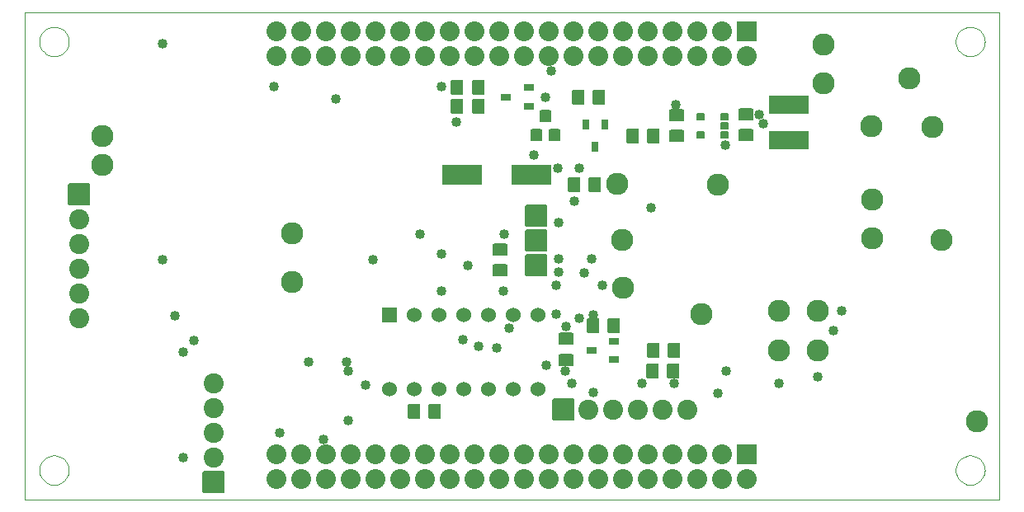
<source format=gbr>
G04 PROTEUS GERBER X2 FILE*
%TF.GenerationSoftware,Labcenter,Proteus,8.16-SP3-Build36097*%
%TF.CreationDate,2025-11-07T09:34:26+00:00*%
%TF.FileFunction,Soldermask,Bot*%
%TF.FilePolarity,Negative*%
%TF.Part,Single*%
%TF.SameCoordinates,{86f2edb6-a998-41b4-a695-59585592bfa3}*%
%FSLAX45Y45*%
%MOMM*%
G01*
%TA.AperFunction,Material*%
%ADD34C,1.016000*%
%AMPPAD029*
4,1,36,
1.143000,1.016000,
1.143000,-1.016000,
1.140420,-1.041590,
1.133020,-1.065430,
1.121310,-1.087000,
1.105800,-1.105800,
1.087000,-1.121310,
1.065430,-1.133020,
1.041590,-1.140420,
1.016000,-1.143000,
-1.016000,-1.143000,
-1.041590,-1.140420,
-1.065430,-1.133020,
-1.087000,-1.121310,
-1.105800,-1.105800,
-1.121310,-1.087000,
-1.133020,-1.065430,
-1.140420,-1.041590,
-1.143000,-1.016000,
-1.143000,1.016000,
-1.140420,1.041590,
-1.133020,1.065430,
-1.121310,1.087000,
-1.105800,1.105800,
-1.087000,1.121310,
-1.065430,1.133020,
-1.041590,1.140420,
-1.016000,1.143000,
1.016000,1.143000,
1.041590,1.140420,
1.065430,1.133020,
1.087000,1.121310,
1.105800,1.105800,
1.121310,1.087000,
1.133020,1.065430,
1.140420,1.041590,
1.143000,1.016000,
0*%
%TA.AperFunction,Material*%
%ADD35PPAD029*%
%TA.AperFunction,Material*%
%ADD38C,2.286000*%
%AMPPAD039*
4,1,36,
0.508000,0.762000,
-0.508000,0.762000,
-0.533590,0.759420,
-0.557430,0.752020,
-0.579000,0.740310,
-0.597800,0.724800,
-0.613310,0.706000,
-0.625020,0.684430,
-0.632420,0.660590,
-0.635000,0.635000,
-0.635000,-0.635000,
-0.632420,-0.660590,
-0.625020,-0.684430,
-0.613310,-0.706000,
-0.597800,-0.724800,
-0.579000,-0.740310,
-0.557430,-0.752020,
-0.533590,-0.759420,
-0.508000,-0.762000,
0.508000,-0.762000,
0.533590,-0.759420,
0.557430,-0.752020,
0.579000,-0.740310,
0.597800,-0.724800,
0.613310,-0.706000,
0.625020,-0.684430,
0.632420,-0.660590,
0.635000,-0.635000,
0.635000,0.635000,
0.632420,0.660590,
0.625020,0.684430,
0.613310,0.706000,
0.597800,0.724800,
0.579000,0.740310,
0.557430,0.752020,
0.533590,0.759420,
0.508000,0.762000,
0*%
%TA.AperFunction,Material*%
%ADD45PPAD039*%
%AMPPAD033*
4,1,36,
-1.143000,1.016000,
-1.143000,-1.016000,
-1.140420,-1.041590,
-1.133020,-1.065430,
-1.121310,-1.087000,
-1.105800,-1.105800,
-1.087000,-1.121310,
-1.065430,-1.133020,
-1.041590,-1.140420,
-1.016000,-1.143000,
1.016000,-1.143000,
1.041590,-1.140420,
1.065430,-1.133020,
1.087000,-1.121310,
1.105800,-1.105800,
1.121310,-1.087000,
1.133020,-1.065430,
1.140420,-1.041590,
1.143000,-1.016000,
1.143000,1.016000,
1.140420,1.041590,
1.133020,1.065430,
1.121310,1.087000,
1.105800,1.105800,
1.087000,1.121310,
1.065430,1.133020,
1.041590,1.140420,
1.016000,1.143000,
-1.016000,1.143000,
-1.041590,1.140420,
-1.065430,1.133020,
-1.087000,1.121310,
-1.105800,1.105800,
-1.121310,1.087000,
-1.133020,1.065430,
-1.140420,1.041590,
-1.143000,1.016000,
0*%
%TA.AperFunction,Material*%
%ADD39PPAD033*%
%ADD40C,2.054000*%
%AMPPAD040*
4,1,36,
0.762000,-0.508000,
0.762000,0.508000,
0.759420,0.533590,
0.752020,0.557430,
0.740310,0.579000,
0.724800,0.597800,
0.706000,0.613310,
0.684430,0.625020,
0.660590,0.632420,
0.635000,0.635000,
-0.635000,0.635000,
-0.660590,0.632420,
-0.684430,0.625020,
-0.706000,0.613310,
-0.724800,0.597800,
-0.740310,0.579000,
-0.752020,0.557430,
-0.759420,0.533590,
-0.762000,0.508000,
-0.762000,-0.508000,
-0.759420,-0.533590,
-0.752020,-0.557430,
-0.740310,-0.579000,
-0.724800,-0.597800,
-0.706000,-0.613310,
-0.684430,-0.625020,
-0.660590,-0.632420,
-0.635000,-0.635000,
0.635000,-0.635000,
0.660590,-0.632420,
0.684430,-0.625020,
0.706000,-0.613310,
0.724800,-0.597800,
0.740310,-0.579000,
0.752020,-0.557430,
0.759420,-0.533590,
0.762000,-0.508000,
0*%
%TA.AperFunction,Material*%
%ADD46PPAD040*%
%AMPPAD041*
4,1,4,
0.469900,-0.304800,
0.469900,0.304800,
-0.469900,0.304800,
-0.469900,-0.304800,
0.469900,-0.304800,
0*%
%TA.AperFunction,Material*%
%ADD47PPAD041*%
%AMPPAD042*
4,1,36,
-0.444500,-0.635000,
0.444500,-0.635000,
0.470090,-0.632420,
0.493930,-0.625020,
0.515500,-0.613310,
0.534300,-0.597800,
0.549810,-0.579000,
0.561520,-0.557430,
0.568920,-0.533590,
0.571500,-0.508000,
0.571500,0.508000,
0.568920,0.533590,
0.561520,0.557430,
0.549810,0.579000,
0.534300,0.597800,
0.515500,0.613310,
0.493930,0.625020,
0.470090,0.632420,
0.444500,0.635000,
-0.444500,0.635000,
-0.470090,0.632420,
-0.493930,0.625020,
-0.515500,0.613310,
-0.534300,0.597800,
-0.549810,0.579000,
-0.561520,0.557430,
-0.568920,0.533590,
-0.571500,0.508000,
-0.571500,-0.508000,
-0.568920,-0.533590,
-0.561520,-0.557430,
-0.549810,-0.579000,
-0.534300,-0.597800,
-0.515500,-0.613310,
-0.493930,-0.625020,
-0.470090,-0.632420,
-0.444500,-0.635000,
0*%
%ADD48PPAD042*%
%AMPPAD043*
4,1,4,
0.304800,0.469900,
-0.304800,0.469900,
-0.304800,-0.469900,
0.304800,-0.469900,
0.304800,0.469900,
0*%
%ADD49PPAD043*%
%AMPPAD044*
4,1,36,
-0.444500,0.254000,
-0.444500,-0.254000,
-0.441920,-0.279590,
-0.434520,-0.303430,
-0.422810,-0.325000,
-0.407300,-0.343800,
-0.388500,-0.359310,
-0.366930,-0.371020,
-0.343090,-0.378420,
-0.317500,-0.381000,
0.317500,-0.381000,
0.343090,-0.378420,
0.366930,-0.371020,
0.388500,-0.359310,
0.407300,-0.343800,
0.422810,-0.325000,
0.434520,-0.303430,
0.441920,-0.279590,
0.444500,-0.254000,
0.444500,0.254000,
0.441920,0.279590,
0.434520,0.303430,
0.422810,0.325000,
0.407300,0.343800,
0.388500,0.359310,
0.366930,0.371020,
0.343090,0.378420,
0.317500,0.381000,
-0.317500,0.381000,
-0.343090,0.378420,
-0.366930,0.371020,
-0.388500,0.359310,
-0.407300,0.343800,
-0.422810,0.325000,
-0.434520,0.303430,
-0.441920,0.279590,
-0.444500,0.254000,
0*%
%TA.AperFunction,Material*%
%ADD50PPAD044*%
%AMPPAD045*
4,1,4,
2.050000,-0.925000,
2.050000,0.925000,
-2.050000,0.925000,
-2.050000,-0.925000,
2.050000,-0.925000,
0*%
%TA.AperFunction,Material*%
%ADD51PPAD045*%
%AMPPAD046*
4,1,4,
2.000000,1.000000,
-2.000000,1.000000,
-2.000000,-1.000000,
2.000000,-1.000000,
2.000000,1.000000,
0*%
%ADD52PPAD046*%
%AMPPAD035*
4,1,36,
-0.635000,-0.762000,
0.635000,-0.762000,
0.660590,-0.759420,
0.684430,-0.752020,
0.706000,-0.740310,
0.724800,-0.724800,
0.740310,-0.706000,
0.752020,-0.684430,
0.759420,-0.660590,
0.762000,-0.635000,
0.762000,0.635000,
0.759420,0.660590,
0.752020,0.684430,
0.740310,0.706000,
0.724800,0.724800,
0.706000,0.740310,
0.684430,0.752020,
0.660590,0.759420,
0.635000,0.762000,
-0.635000,0.762000,
-0.660590,0.759420,
-0.684430,0.752020,
-0.706000,0.740310,
-0.724800,0.724800,
-0.740310,0.706000,
-0.752020,0.684430,
-0.759420,0.660590,
-0.762000,0.635000,
-0.762000,-0.635000,
-0.759420,-0.660590,
-0.752020,-0.684430,
-0.740310,-0.706000,
-0.724800,-0.724800,
-0.706000,-0.740310,
-0.684430,-0.752020,
-0.660590,-0.759420,
-0.635000,-0.762000,
0*%
%TA.AperFunction,Material*%
%ADD41PPAD035*%
%ADD42C,1.524000*%
%AMPPAD037*
4,1,36,
0.889000,-1.016000,
-0.889000,-1.016000,
-0.914590,-1.013420,
-0.938430,-1.006020,
-0.960000,-0.994310,
-0.978800,-0.978800,
-0.994310,-0.960000,
-1.006020,-0.938430,
-1.013420,-0.914590,
-1.016000,-0.889000,
-1.016000,0.889000,
-1.013420,0.914590,
-1.006020,0.938430,
-0.994310,0.960000,
-0.978800,0.978800,
-0.960000,0.994310,
-0.938430,1.006020,
-0.914590,1.013420,
-0.889000,1.016000,
0.889000,1.016000,
0.914590,1.013420,
0.938430,1.006020,
0.960000,0.994310,
0.978800,0.978800,
0.994310,0.960000,
1.006020,0.938430,
1.013420,0.914590,
1.016000,0.889000,
1.016000,-0.889000,
1.013420,-0.914590,
1.006020,-0.938430,
0.994310,-0.960000,
0.978800,-0.978800,
0.960000,-0.994310,
0.938430,-1.006020,
0.914590,-1.013420,
0.889000,-1.016000,
0*%
%TA.AperFunction,Material*%
%ADD43PPAD037*%
%ADD44C,2.032000*%
%TA.AperFunction,Profile*%
%ADD20C,0.101600*%
%TD.AperFunction*%
D34*
X+160000Y-530000D03*
X+110000Y+670000D03*
X+2010000Y+1560000D03*
X+1150000Y+1660000D03*
X-557000Y-632000D03*
X+1665500Y-1076500D03*
X-190000Y+1740000D03*
X+23360Y-620000D03*
X+1660000Y+1250000D03*
X-2030000Y-1220000D03*
X-874500Y-822500D03*
X-50000Y+80000D03*
X+290000Y+80000D03*
X-1470000Y+330000D03*
X-610000Y+330000D03*
X-48037Y-61963D03*
X+214706Y-68824D03*
X-980000Y+12000D03*
X+1133360Y-1200000D03*
X+2210000Y-1200000D03*
X+2850000Y-460000D03*
X-1030000Y-750000D03*
X+2610000Y-1130000D03*
X-686000Y-840000D03*
X+800000Y-1200000D03*
X+80000Y-1200000D03*
X-620500Y-251000D03*
X+14500Y-1076500D03*
X-1255500Y+1844500D03*
X-2970000Y+1844500D03*
X-176000Y-1013000D03*
X-4113000Y+2289000D03*
X+1580000Y-1300000D03*
X+300000Y-1290000D03*
X+2046500Y+1463500D03*
X-1100000Y+1480000D03*
X-60000Y+1010000D03*
X+160000Y+1010000D03*
X+2770000Y-660000D03*
X+300000Y-500000D03*
X-2208000Y-1584500D03*
X-3795500Y-759000D03*
X-4113000Y+66500D03*
X-1954000Y+66500D03*
X-49000Y+447500D03*
X-1255500Y+130000D03*
X-2230000Y-980000D03*
X-2620000Y-980000D03*
X+400000Y-190000D03*
X-80000Y-190000D03*
X-80000Y-490000D03*
X-303000Y+1146000D03*
X-3900000Y-1966000D03*
X-3900000Y-880000D03*
X+893971Y+603016D03*
X-2912000Y-1712000D03*
X-1255500Y-251000D03*
X-2335000Y+1717500D03*
X-2462000Y-1775000D03*
X-3986000Y-505000D03*
X-2208000Y-1076500D03*
X-130000Y+2010000D03*
D35*
X-280000Y+520000D03*
X-280000Y+266000D03*
X-280000Y+12000D03*
D38*
X+2670000Y+2280000D03*
X+2670000Y+1880000D03*
X+3550000Y+1930000D03*
X+3160000Y+1440000D03*
X+3780000Y+1430000D03*
X+3170000Y+690000D03*
X+3170000Y+290000D03*
X+3880000Y+270000D03*
X+550000Y+850000D03*
X+1580000Y+840000D03*
X+600000Y+270000D03*
X+610000Y-220000D03*
X+1410000Y-490000D03*
X+2210000Y-460000D03*
X+2610000Y-460000D03*
X+2210000Y-860000D03*
X+2610000Y-860000D03*
X-4730000Y+1340000D03*
X-4730000Y+1040000D03*
X-2790000Y+340000D03*
X-2790000Y-160000D03*
D45*
X+363360Y+1740000D03*
X+150000Y+1740000D03*
X-876640Y+1840000D03*
X-1090000Y+1840000D03*
X-1090000Y+1640000D03*
X-876640Y+1640000D03*
D39*
X-4970000Y+740000D03*
D40*
X-4970000Y+486000D03*
X-4970000Y+232000D03*
X-4970000Y-22000D03*
X-4970000Y-276000D03*
X-4970000Y-530000D03*
D45*
X-1319920Y-1490000D03*
X-1533280Y-1490000D03*
X+923360Y+1340000D03*
X+710000Y+1340000D03*
D46*
X+23360Y-960000D03*
X+23360Y-746640D03*
D45*
X+1133360Y-860000D03*
X+920000Y-860000D03*
X+1126720Y-1070000D03*
X+913360Y-1070000D03*
D47*
X+516000Y-765000D03*
X+516000Y-955000D03*
X+286000Y-860000D03*
D45*
X+513360Y-610000D03*
X+300000Y-610000D03*
D48*
X-190000Y+1540000D03*
X-96020Y+1349500D03*
X-283980Y+1349500D03*
D49*
X+230000Y+1455000D03*
X+420000Y+1455000D03*
X+325000Y+1225000D03*
D46*
X+1156640Y+1336640D03*
X+1156640Y+1550000D03*
D50*
X+1646220Y+1534920D03*
X+1646220Y+1440940D03*
X+1646220Y+1344420D03*
X+1407460Y+1344420D03*
X+1407460Y+1534920D03*
D46*
X+1866640Y+1346640D03*
X+1866640Y+1560000D03*
D51*
X+2310000Y+1298000D03*
X+2310000Y+1662000D03*
D52*
X-335000Y+940000D03*
X-1045000Y+940000D03*
D45*
X+323360Y+840000D03*
X+110000Y+840000D03*
D46*
X-656640Y+173360D03*
X-656640Y-40000D03*
D41*
X-1790000Y-498000D03*
D42*
X-1536000Y-498000D03*
X-1282000Y-498000D03*
X-1028000Y-498000D03*
X-774000Y-498000D03*
X-520000Y-498000D03*
X-266000Y-498000D03*
X-266000Y-1260000D03*
X-520000Y-1260000D03*
X-774000Y-1260000D03*
X-1028000Y-1260000D03*
X-1282000Y-1260000D03*
X-1536000Y-1260000D03*
X-1790000Y-1260000D03*
D35*
X-3590000Y-2220000D03*
D40*
X-3590000Y-1966000D03*
X-3590000Y-1712000D03*
X-3590000Y-1458000D03*
X-3590000Y-1204000D03*
D47*
X-360000Y+1835000D03*
X-360000Y+1645000D03*
X-590000Y+1740000D03*
D38*
X+4240000Y-1590000D03*
D43*
X+1876000Y+2414000D03*
D44*
X+1622000Y+2414000D03*
X+1368000Y+2414000D03*
X+1114000Y+2414000D03*
X+860000Y+2414000D03*
X+606000Y+2414000D03*
X+352000Y+2414000D03*
X+98000Y+2414000D03*
X-156000Y+2414000D03*
X-410000Y+2414000D03*
X-664000Y+2414000D03*
X-918000Y+2414000D03*
X-1172000Y+2414000D03*
X-1426000Y+2414000D03*
X-1680000Y+2414000D03*
X-1934000Y+2414000D03*
X-2188000Y+2414000D03*
X-2442000Y+2414000D03*
X-2696000Y+2414000D03*
X-2950000Y+2414000D03*
X-2950000Y+2160000D03*
X-2696000Y+2160000D03*
X-2442000Y+2160000D03*
X-2188000Y+2160000D03*
X-1934000Y+2160000D03*
X-1680000Y+2160000D03*
X-1426000Y+2160000D03*
X-1172000Y+2160000D03*
X-918000Y+2160000D03*
X-664000Y+2160000D03*
X-410000Y+2160000D03*
X-156000Y+2160000D03*
X+98000Y+2160000D03*
X+352000Y+2160000D03*
X+606000Y+2160000D03*
X+860000Y+2160000D03*
X+1114000Y+2160000D03*
X+1368000Y+2160000D03*
X+1622000Y+2160000D03*
X+1876000Y+2160000D03*
D43*
X+1876000Y-1928620D03*
D44*
X+1622000Y-1928620D03*
X+1368000Y-1928620D03*
X+1114000Y-1928620D03*
X+860000Y-1928620D03*
X+606000Y-1928620D03*
X+352000Y-1928620D03*
X+98000Y-1928620D03*
X-156000Y-1928620D03*
X-410000Y-1928620D03*
X-664000Y-1928620D03*
X-918000Y-1928620D03*
X-1172000Y-1928620D03*
X-1426000Y-1928620D03*
X-1680000Y-1928620D03*
X-1934000Y-1928620D03*
X-2188000Y-1928620D03*
X-2442000Y-1928620D03*
X-2696000Y-1928620D03*
X-2950000Y-1928620D03*
X-2950000Y-2182620D03*
X-2696000Y-2182620D03*
X-2442000Y-2182620D03*
X-2188000Y-2182620D03*
X-1934000Y-2182620D03*
X-1680000Y-2182620D03*
X-1426000Y-2182620D03*
X-1172000Y-2182620D03*
X-918000Y-2182620D03*
X-664000Y-2182620D03*
X-410000Y-2182620D03*
X-156000Y-2182620D03*
X+98000Y-2182620D03*
X+352000Y-2182620D03*
X+606000Y-2182620D03*
X+860000Y-2182620D03*
X+1114000Y-2182620D03*
X+1368000Y-2182620D03*
X+1622000Y-2182620D03*
X+1876000Y-2182620D03*
D35*
X+0Y-1470000D03*
D40*
X+254000Y-1470000D03*
X+508000Y-1470000D03*
X+762000Y-1470000D03*
X+1016000Y-1470000D03*
X+1270000Y-1470000D03*
D20*
X-5528000Y-2391260D02*
X+4472000Y-2391260D01*
X+4472000Y+2608740D01*
X-5528000Y+2608740D01*
X-5528000Y-2391260D01*
X+4322000Y+2308740D02*
X+4321498Y+2320998D01*
X+4317422Y+2345515D01*
X+4308906Y+2370032D01*
X+4295032Y+2394549D01*
X+4273806Y+2418901D01*
X+4249289Y+2437295D01*
X+4224772Y+2449151D01*
X+4200255Y+2456055D01*
X+4175738Y+2458693D01*
X+4172000Y+2458740D01*
X+4022000Y+2308740D02*
X+4022502Y+2320998D01*
X+4026578Y+2345515D01*
X+4035094Y+2370032D01*
X+4048968Y+2394549D01*
X+4070194Y+2418901D01*
X+4094711Y+2437295D01*
X+4119228Y+2449151D01*
X+4143745Y+2456055D01*
X+4168262Y+2458693D01*
X+4172000Y+2458740D01*
X+4022000Y+2308740D02*
X+4022502Y+2296482D01*
X+4026578Y+2271965D01*
X+4035094Y+2247448D01*
X+4048968Y+2222931D01*
X+4070194Y+2198579D01*
X+4094711Y+2180185D01*
X+4119228Y+2168329D01*
X+4143745Y+2161425D01*
X+4168262Y+2158787D01*
X+4172000Y+2158740D01*
X+4322000Y+2308740D02*
X+4321498Y+2296482D01*
X+4317422Y+2271965D01*
X+4308906Y+2247448D01*
X+4295032Y+2222931D01*
X+4273806Y+2198579D01*
X+4249289Y+2180185D01*
X+4224772Y+2168329D01*
X+4200255Y+2161425D01*
X+4175738Y+2158787D01*
X+4172000Y+2158740D01*
X+4322000Y-2091260D02*
X+4321498Y-2079002D01*
X+4317422Y-2054485D01*
X+4308906Y-2029968D01*
X+4295032Y-2005451D01*
X+4273806Y-1981099D01*
X+4249289Y-1962705D01*
X+4224772Y-1950849D01*
X+4200255Y-1943945D01*
X+4175738Y-1941307D01*
X+4172000Y-1941260D01*
X+4022000Y-2091260D02*
X+4022502Y-2079002D01*
X+4026578Y-2054485D01*
X+4035094Y-2029968D01*
X+4048968Y-2005451D01*
X+4070194Y-1981099D01*
X+4094711Y-1962705D01*
X+4119228Y-1950849D01*
X+4143745Y-1943945D01*
X+4168262Y-1941307D01*
X+4172000Y-1941260D01*
X+4022000Y-2091260D02*
X+4022502Y-2103518D01*
X+4026578Y-2128035D01*
X+4035094Y-2152552D01*
X+4048968Y-2177069D01*
X+4070194Y-2201421D01*
X+4094711Y-2219815D01*
X+4119228Y-2231671D01*
X+4143745Y-2238575D01*
X+4168262Y-2241213D01*
X+4172000Y-2241260D01*
X+4322000Y-2091260D02*
X+4321498Y-2103518D01*
X+4317422Y-2128035D01*
X+4308906Y-2152552D01*
X+4295032Y-2177069D01*
X+4273806Y-2201421D01*
X+4249289Y-2219815D01*
X+4224772Y-2231671D01*
X+4200255Y-2238575D01*
X+4175738Y-2241213D01*
X+4172000Y-2241260D01*
X-5078000Y-2091260D02*
X-5078502Y-2079002D01*
X-5082578Y-2054485D01*
X-5091094Y-2029968D01*
X-5104968Y-2005451D01*
X-5126194Y-1981099D01*
X-5150711Y-1962705D01*
X-5175228Y-1950849D01*
X-5199745Y-1943945D01*
X-5224262Y-1941307D01*
X-5228000Y-1941260D01*
X-5378000Y-2091260D02*
X-5377498Y-2079002D01*
X-5373422Y-2054485D01*
X-5364906Y-2029968D01*
X-5351032Y-2005451D01*
X-5329806Y-1981099D01*
X-5305289Y-1962705D01*
X-5280772Y-1950849D01*
X-5256255Y-1943945D01*
X-5231738Y-1941307D01*
X-5228000Y-1941260D01*
X-5378000Y-2091260D02*
X-5377498Y-2103518D01*
X-5373422Y-2128035D01*
X-5364906Y-2152552D01*
X-5351032Y-2177069D01*
X-5329806Y-2201421D01*
X-5305289Y-2219815D01*
X-5280772Y-2231671D01*
X-5256255Y-2238575D01*
X-5231738Y-2241213D01*
X-5228000Y-2241260D01*
X-5078000Y-2091260D02*
X-5078502Y-2103518D01*
X-5082578Y-2128035D01*
X-5091094Y-2152552D01*
X-5104968Y-2177069D01*
X-5126194Y-2201421D01*
X-5150711Y-2219815D01*
X-5175228Y-2231671D01*
X-5199745Y-2238575D01*
X-5224262Y-2241213D01*
X-5228000Y-2241260D01*
X-5078000Y+2308740D02*
X-5078502Y+2320998D01*
X-5082578Y+2345515D01*
X-5091094Y+2370032D01*
X-5104968Y+2394549D01*
X-5126194Y+2418901D01*
X-5150711Y+2437295D01*
X-5175228Y+2449151D01*
X-5199745Y+2456055D01*
X-5224262Y+2458693D01*
X-5228000Y+2458740D01*
X-5378000Y+2308740D02*
X-5377498Y+2320998D01*
X-5373422Y+2345515D01*
X-5364906Y+2370032D01*
X-5351032Y+2394549D01*
X-5329806Y+2418901D01*
X-5305289Y+2437295D01*
X-5280772Y+2449151D01*
X-5256255Y+2456055D01*
X-5231738Y+2458693D01*
X-5228000Y+2458740D01*
X-5378000Y+2308740D02*
X-5377498Y+2296482D01*
X-5373422Y+2271965D01*
X-5364906Y+2247448D01*
X-5351032Y+2222931D01*
X-5329806Y+2198579D01*
X-5305289Y+2180185D01*
X-5280772Y+2168329D01*
X-5256255Y+2161425D01*
X-5231738Y+2158787D01*
X-5228000Y+2158740D01*
X-5078000Y+2308740D02*
X-5078502Y+2296482D01*
X-5082578Y+2271965D01*
X-5091094Y+2247448D01*
X-5104968Y+2222931D01*
X-5126194Y+2198579D01*
X-5150711Y+2180185D01*
X-5175228Y+2168329D01*
X-5199745Y+2161425D01*
X-5224262Y+2158787D01*
X-5228000Y+2158740D01*
M02*

</source>
